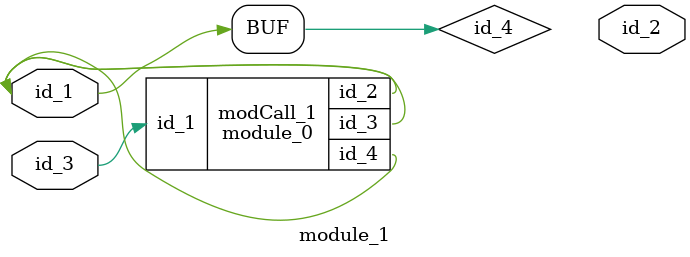
<source format=v>
module module_0 (
    id_1,
    id_2,
    id_3,
    id_4
);
  output wire id_4;
  output wire id_3;
  output wire id_2;
  input wire id_1;
  assign id_4 = id_1;
  wire id_5, id_6, id_7, id_8 = id_6;
  wire id_9, id_10;
endmodule
module module_1 (
    id_1,
    id_2,
    id_3
);
  input wire id_3;
  output wire id_2;
  inout wire id_1;
  wire id_4 = id_1;
  module_0 modCall_1 (
      id_3,
      id_1,
      id_4,
      id_4
  );
  wire id_5, id_6;
  assign id_2[1] = -1;
  wire id_7;
  wire id_8;
endmodule

</source>
